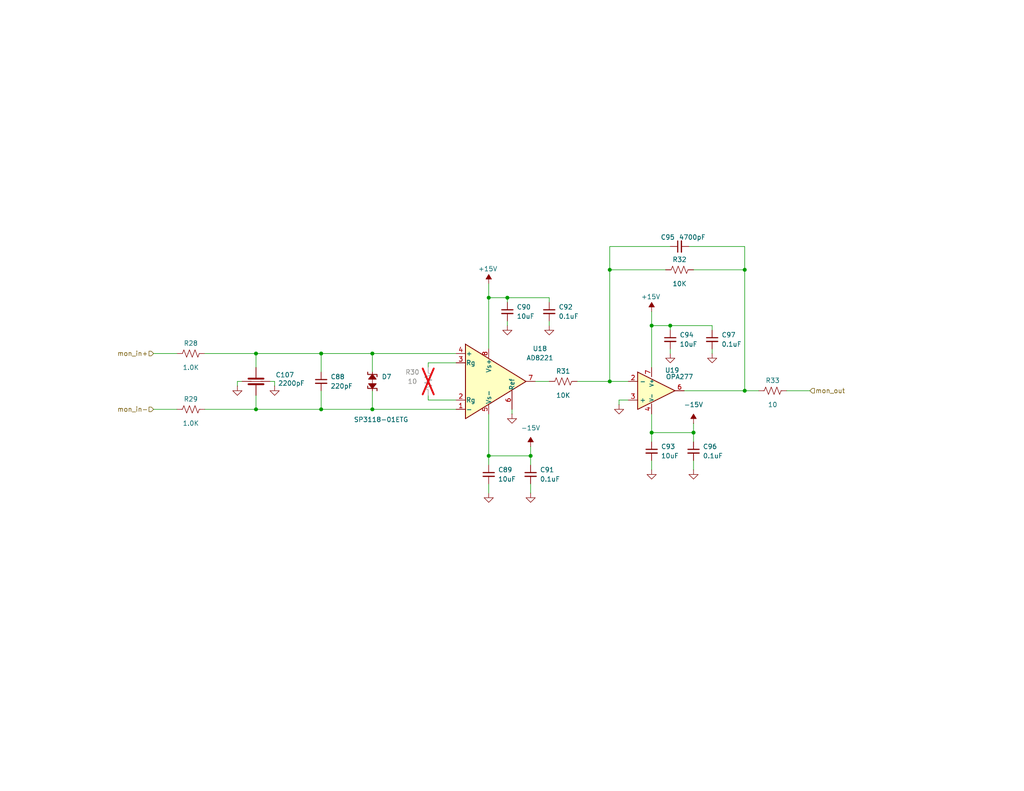
<source format=kicad_sch>
(kicad_sch (version 20250114) (generator "eeschema") (generator_version "9.0")
  (paper "A")
  (lib_symbols
    (symbol "Device:C_Small" (pin_numbers (hide yes)) (pin_names (offset 0.254) (hide yes))
      (property "Reference" "C" (at 0.254 1.778 0))
      (property "Value" "C_Small" (at 0.254 -2.032 0))
      (symbol "C_Small_0_1"
        (polyline (pts (xy -1.524 0.508) (xy 1.524 0.508)) (stroke (width 0.3048)))
        (polyline (pts (xy -1.524 -0.508) (xy 1.524 -0.508)) (stroke (width 0.3302)))
      )
      (symbol "C_Small_1_1"
        (pin passive line (at 0 2.54 270) (length 2.032) (name "~") (number "1"))
        (pin passive line (at 0 -2.54 90) (length 2.032) (name "~") (number "2"))
      )
    )
    (symbol "Device:R_US" (pin_numbers (hide yes)) (pin_names (offset 0))
      (property "Reference" "R" (at 2.54 0 90))
      (property "Value" "R_US" (at -2.54 0 90))
      (symbol "R_US_0_1"
        (polyline (pts (xy 0 2.286) (xy 0 2.54)))
        (polyline (pts (xy 0 2.286) (xy 1.016 1.905) (xy 0 1.524) (xy -1.016 1.143) (xy 0 0.762)))
        (polyline (pts (xy 0 0.762) (xy 1.016 0.381) (xy 0 0) (xy -1.016 -0.381) (xy 0 -0.762)))
        (polyline (pts (xy 0 -0.762) (xy 1.016 -1.143) (xy 0 -1.524) (xy -1.016 -1.905) (xy 0 -2.286)))
        (polyline (pts (xy 0 -2.286) (xy 0 -2.54)))
      )
      (symbol "R_US_1_1"
        (pin passive line (at 0 3.81 270) (length 1.27) (name "~") (number "1"))
        (pin passive line (at 0 -3.81 90) (length 1.27) (name "~") (number "2"))
      )
    )
    (symbol "PSC:+15V" (power) (pin_numbers (hide yes)) (pin_names (offset 0) (hide yes))
      (property "Value" "+15V" (at 0 3.556 0))
      (symbol "+15V_0_0"
        (pin power_in line (at 0 0 90) (length 0) (name "~") (number "1"))
      )
      (symbol "+15V_0_1"
        (polyline (pts (xy 0 0) (xy 0 1.27) (xy 0.762 1.27) (xy 0 2.54) (xy -0.762 1.27) (xy 0 1.27)) (fill (type outline)))
      )
    )
    (symbol "PSC:AD8221" (pin_names (offset 0.127))
      (property "Reference" "U" (at 3.81 7.62 0))
      (property "Value" "AD8221" (at 3.81 5.08 0))
      (symbol "AD8221_0_1"
        (polyline (pts (xy -7.62 7.62) (xy -7.62 -12.7) (xy 8.89 -2.54) (xy -7.62 7.62)) (stroke (width 0.254)) (fill (type background)))
      )
      (symbol "AD8221_1_1"
        (pin input line (at -10.16 5.08 0) (length 2.54) (name "+") (number "4"))
        (pin passive line (at -10.16 2.54 0) (length 2.54) (name "Rg") (number "3"))
        (pin passive line (at -10.16 -7.62 0) (length 2.54) (name "Rg") (number "2"))
        (pin input line (at -10.16 -10.16 0) (length 2.54) (name "-") (number "1"))
        (pin power_in line (at -1.27 6.35 270) (length 2.54) (name "Vs+") (number "8"))
        (pin power_in line (at -1.27 -11.43 90) (length 2.54) (name "Vs-") (number "5"))
        (pin passive line (at 5.08 -10.16 90) (length 5.08) (name "Ref") (number "6"))
        (pin output line (at 11.43 -2.54 180) (length 2.54) (name "~") (number "7"))
      )
    )
    (symbol "PSC:EMCT101W222M1GV001E" (pin_numbers (hide yes)) (pin_names (offset 0.254))
      (property "Reference" "C" (at 0.635 2.54 0))
      (property "Value" "2200pF" (at 0.635 -2.54 0))
      (symbol "EMCT101W222M1GV001E_0_1"
        (polyline (pts (xy -2.032 0.762) (xy 2.032 0.762)) (stroke (width 0.508)))
        (polyline (pts (xy -2.032 -0.762) (xy 2.032 -0.762)) (stroke (width 0.508)))
        (polyline (pts (xy -1.905 0) (xy 1.905 0)))
      )
      (symbol "EMCT101W222M1GV001E_1_1"
        (pin input line (at -3.81 0 0) (length 2.54) (name "~") (number "3"))
        (pin passive line (at 0 3.81 270) (length 2.794) (name "~") (number "1"))
        (pin passive line (at 0 -3.81 90) (length 2.794) (name "~") (number "2"))
        (pin input line (at 3.81 0 180) (length 2.54) (name "~") (number "4"))
      )
    )
    (symbol "PSC:SP3118-01ETG" (pin_numbers (hide yes)) (pin_names (offset 1.016) (hide yes))
      (property "Reference" "D" (at -0.762 4.572 0))
      (property "Value" "SP3118-01ETG" (at -1.016 -1.016 0))
      (symbol "SP3118-01ETG_1_1"
        (polyline (pts (xy -3.175 2.54) (xy -1.905 1.524) (xy -1.905 3.556) (xy -3.175 2.54)) (stroke (width 0.254)) (fill (type outline)))
        (polyline (pts (xy -2.54 3.81) (xy -3.175 3.81) (xy -3.175 1.27) (xy -3.81 1.27)) (stroke (width 0.254)))
        (polyline (pts (xy -2.54 2.54) (xy 0 2.54)))
        (polyline (pts (xy 0.635 2.54) (xy -0.635 1.524) (xy -0.635 3.556) (xy 0.635 2.54)) (stroke (width 0.254)) (fill (type outline)))
        (polyline (pts (xy 1.27 3.81) (xy 0.635 3.81) (xy 0.635 1.27) (xy 0 1.27)) (stroke (width 0.254)))
        (pin passive line (at -3.81 2.54 0) (length 1.27) (name "A1") (number "1"))
        (pin passive line (at 1.27 2.54 180) (length 1.27) (name "A2") (number "2"))
      )
    )
    (symbol "PSC:opa277"
      (property "Reference" "U" (at 5.842 -0.508 0))
      (property "Value" "OPA277" (at 8.382 -2.54 0))
      (symbol "opa277_0_1"
        (polyline (pts (xy -1.27 -1.27) (xy -1.27 -11.43) (xy 8.89 -6.35) (xy -1.27 -1.27)) (stroke (width 0.254)) (fill (type background)))
      )
      (symbol "opa277_1_1"
        (pin input line (at -3.81 -3.81 0) (length 2.54) (name "-") (number "2"))
        (pin input line (at -3.81 -8.89 0) (length 2.54) (name "+") (number "3"))
        (pin power_in line (at 2.54 0 270) (length 2.54) (name "V+") (number "7"))
        (pin power_in line (at 2.54 -12.7 90) (length 2.794) (name "V-") (number "4"))
        (pin output line (at 11.43 -6.35 180) (length 2.54) (name "") (number "6"))
      )
    )
    (symbol "power:-15V" (power) (pin_numbers (hide yes)) (pin_names (offset 0) (hide yes))
      (property "Value" "-15V" (at 0 3.556 0))
      (symbol "-15V_0_0"
        (pin power_in line (at 0 0 90) (length 0) (name "~") (number "1"))
      )
      (symbol "-15V_0_1"
        (polyline (pts (xy 0 0) (xy 0 1.27) (xy 0.762 1.27) (xy 0 2.54) (xy -0.762 1.27) (xy 0 1.27)) (fill (type outline)))
      )
    )
    (symbol "power:GND" (power) (pin_numbers (hide yes)) (pin_names (offset 0) (hide yes))
      (property "Value" "GND" (at 0 -3.81 0))
      (symbol "GND_0_1"
        (polyline (pts (xy 0 0) (xy 0 -1.27) (xy 1.27 -1.27) (xy 0 -2.54) (xy -1.27 -1.27) (xy 0 -1.27)))
      )
      (symbol "GND_1_1"
        (pin power_in line (at 0 0 270) (length 0) (name "~") (number "1"))
      )
    )
  )
  (junction (at 166.37 104.14))
  (junction (at 133.35 124.46))
  (junction (at 144.78 124.46))
  (junction (at 101.6 96.52))
  (junction (at 203.2 106.68))
  (junction (at 87.63 96.52))
  (junction (at 182.88 88.9))
  (junction (at 138.43 81.28))
  (junction (at 133.35 81.28))
  (junction (at 177.8 118.11))
  (junction (at 189.23 118.11))
  (junction (at 101.6 111.76))
  (junction (at 69.85 111.76))
  (junction (at 203.2 73.66))
  (junction (at 166.37 73.66))
  (junction (at 87.63 111.76))
  (junction (at 177.8 88.9))
  (junction (at 69.85 96.52))
  (wire (pts (xy 189.23 120.65) (xy 189.23 118.11)))
  (wire (pts (xy 186.69 106.68) (xy 203.2 106.68)))
  (wire (pts (xy 194.31 96.52) (xy 194.31 95.25)))
  (wire (pts (xy 101.6 96.52) (xy 124.46 96.52)))
  (wire (pts (xy 177.8 128.27) (xy 177.8 125.73)))
  (wire (pts (xy 166.37 67.31) (xy 166.37 73.66)))
  (wire (pts (xy 133.35 127) (xy 133.35 124.46)))
  (wire (pts (xy 203.2 106.68) (xy 207.01 106.68)))
  (wire (pts (xy 166.37 73.66) (xy 166.37 104.14)))
  (wire (pts (xy 133.35 134.62) (xy 133.35 132.08)))
  (wire (pts (xy 133.35 124.46) (xy 144.78 124.46)))
  (wire (pts (xy 55.88 96.52) (xy 69.85 96.52)))
  (wire (pts (xy 69.85 111.76) (xy 87.63 111.76)))
  (wire (pts (xy 146.05 104.14) (xy 149.86 104.14)))
  (wire (pts (xy 116.84 109.22) (xy 124.46 109.22)))
  (wire (pts (xy 64.77 104.14) (xy 64.77 105.41)))
  (wire (pts (xy 69.85 96.52) (xy 87.63 96.52)))
  (wire (pts (xy 182.88 96.52) (xy 182.88 95.25)))
  (wire (pts (xy 116.84 100.33) (xy 116.84 99.06)))
  (wire (pts (xy 166.37 73.66) (xy 181.61 73.66)))
  (wire (pts (xy 69.85 96.52) (xy 69.85 100.33)))
  (wire (pts (xy 133.35 81.28) (xy 133.35 77.47)))
  (wire (pts (xy 182.88 88.9) (xy 194.31 88.9)))
  (wire (pts (xy 177.8 88.9) (xy 177.8 85.09)))
  (wire (pts (xy 189.23 115.57) (xy 189.23 118.11)))
  (wire (pts (xy 182.88 90.17) (xy 182.88 88.9)))
  (wire (pts (xy 168.91 109.22) (xy 171.45 109.22)))
  (wire (pts (xy 133.35 81.28) (xy 133.35 95.25)))
  (wire (pts (xy 144.78 134.62) (xy 144.78 132.08)))
  (wire (pts (xy 87.63 96.52) (xy 87.63 101.6)))
  (wire (pts (xy 214.63 106.68) (xy 220.98 106.68)))
  (wire (pts (xy 177.8 88.9) (xy 182.88 88.9)))
  (wire (pts (xy 138.43 81.28) (xy 149.86 81.28)))
  (wire (pts (xy 87.63 111.76) (xy 101.6 111.76)))
  (wire (pts (xy 138.43 88.9) (xy 138.43 87.63)))
  (wire (pts (xy 189.23 128.27) (xy 189.23 125.73)))
  (wire (pts (xy 177.8 113.03) (xy 177.8 118.11)))
  (wire (pts (xy 177.8 118.11) (xy 189.23 118.11)))
  (wire (pts (xy 149.86 82.55) (xy 149.86 81.28)))
  (wire (pts (xy 144.78 121.92) (xy 144.78 124.46)))
  (wire (pts (xy 74.93 104.14) (xy 74.93 105.41)))
  (wire (pts (xy 101.6 96.52) (xy 101.6 101.6)))
  (wire (pts (xy 203.2 67.31) (xy 203.2 73.66)))
  (wire (pts (xy 66.04 104.14) (xy 64.77 104.14)))
  (wire (pts (xy 177.8 120.65) (xy 177.8 118.11)))
  (wire (pts (xy 41.91 96.52) (xy 48.26 96.52)))
  (wire (pts (xy 171.45 104.14) (xy 166.37 104.14)))
  (wire (pts (xy 139.7 113.03) (xy 139.7 111.76)))
  (wire (pts (xy 203.2 73.66) (xy 203.2 106.68)))
  (wire (pts (xy 144.78 127) (xy 144.78 124.46)))
  (wire (pts (xy 87.63 96.52) (xy 101.6 96.52)))
  (wire (pts (xy 189.23 73.66) (xy 203.2 73.66)))
  (wire (pts (xy 133.35 113.03) (xy 133.35 124.46)))
  (wire (pts (xy 182.88 67.31) (xy 166.37 67.31)))
  (wire (pts (xy 101.6 106.68) (xy 101.6 111.76)))
  (wire (pts (xy 116.84 99.06) (xy 124.46 99.06)))
  (wire (pts (xy 187.96 67.31) (xy 203.2 67.31)))
  (wire (pts (xy 69.85 107.95) (xy 69.85 111.76)))
  (wire (pts (xy 194.31 90.17) (xy 194.31 88.9)))
  (wire (pts (xy 101.6 111.76) (xy 124.46 111.76)))
  (wire (pts (xy 116.84 107.95) (xy 116.84 109.22)))
  (wire (pts (xy 168.91 110.49) (xy 168.91 109.22)))
  (wire (pts (xy 73.66 104.14) (xy 74.93 104.14)))
  (wire (pts (xy 177.8 88.9) (xy 177.8 100.33)))
  (wire (pts (xy 41.91 111.76) (xy 48.26 111.76)))
  (wire (pts (xy 133.35 81.28) (xy 138.43 81.28)))
  (wire (pts (xy 149.86 88.9) (xy 149.86 87.63)))
  (wire (pts (xy 157.48 104.14) (xy 166.37 104.14)))
  (wire (pts (xy 55.88 111.76) (xy 69.85 111.76)))
  (wire (pts (xy 87.63 106.68) (xy 87.63 111.76)))
  (wire (pts (xy 138.43 82.55) (xy 138.43 81.28)))
  (hierarchical_label "mon_in+" (shape input) (at 41.91 96.52 180))
  (hierarchical_label "mon_out" (shape input) (at 220.98 106.68 0))
  (hierarchical_label "mon_in-" (shape input) (at 41.91 111.76 180))
  (symbol (lib_id "power:GND") (at 139.7 113.03 0) (unit 1)
    (property "Reference" "#PWR08" (effects (hide yes)))
    (property "Value" "GND" (effects (hide yes)))
    (property "Description" "Power symbol creates a global label with name \"GND\" , ground" (effects (hide yes)))
    (instances (project "psc_daughter_brd" (path "" (reference "#PWR0131") (unit 1)) (path "" (reference "#PWR0117") (unit 1)) (path "" (reference "#PWR0103") (unit 1)) (path "" (reference "#PWR08") (unit 1))))
  )
  (symbol (lib_id "Device:C_Small") (at 189.23 123.19 0) (unit 1)
    (property "Reference" "C9" (at 191.77 121.9262 0) (effects (justify left)))
    (property "Value" "0.1uF" (at 191.77 124.4662 0) (effects (justify left)))
    (property "Footprint" "Capacitor_SMD:C_0402_1005Metric" (effects (hide yes)))
    (property "Description" "CAP CER 0.1UF 25V X5R 0402" (effects (hide yes)))
    (property "MFG" "Taiyo Yuden" (effects (hide yes)))
    (property "MFG_PN" "TMK105BJ104KV-F\n" (effects (hide yes)))
    (instances (project "psc_daughter_brd" (path "" (reference "C96") (unit 1)) (path "" (reference "C86") (unit 1)) (path "" (reference "C76") (unit 1)) (path "" (reference "C9") (unit 1))))
  )
  (symbol (lib_id "power:-15V") (at 189.23 115.57 0) (unit 1)
    (property "Reference" "#PWR016" (effects (hide yes)))
    (property "Value" "-15V" (at 189.23 110.49 0))
    (property "Description" "Power symbol creates a global label with name \"-15V\"" (effects (hide yes)))
    (instances (project "psc_daughter_brd" (path "" (reference "#PWR0139") (unit 1)) (path "" (reference "#PWR0125") (unit 1)) (path "" (reference "#PWR0111") (unit 1)) (path "" (reference "#PWR016") (unit 1))))
  )
  (symbol (lib_id "power:GND") (at 194.31 96.52 0) (unit 1)
    (property "Reference" "#PWR018" (effects (hide yes)))
    (property "Value" "GND" (effects (hide yes)))
    (property "Description" "Power symbol creates a global label with name \"GND\" , ground" (effects (hide yes)))
    (instances (project "psc_daughter_brd" (path "" (reference "#PWR0141") (unit 1)) (path "" (reference "#PWR0127") (unit 1)) (path "" (reference "#PWR0113") (unit 1)) (path "" (reference "#PWR018") (unit 1))))
  )
  (symbol (lib_id "power:GND") (at 138.43 88.9 0) (unit 1)
    (property "Reference" "#PWR07" (effects (hide yes)))
    (property "Value" "GND" (effects (hide yes)))
    (property "Description" "Power symbol creates a global label with name \"GND\" , ground" (effects (hide yes)))
    (instances (project "psc_daughter_brd" (path "" (reference "#PWR0130") (unit 1)) (path "" (reference "#PWR0116") (unit 1)) (path "" (reference "#PWR0102") (unit 1)) (path "" (reference "#PWR07") (unit 1))))
  )
  (symbol (lib_id "Device:R_US") (at 185.42 73.66 270) (unit 1)
    (property "Reference" "R5" (at 185.42 70.866 90))
    (property "Value" "10K" (at 185.42 77.47 90))
    (property "Footprint" "Resistor_SMD:R_0402_1005Metric" (effects (hide yes)))
    (property "Description" "RES SMD 10K OHM 1% 1/10W 0402" (effects (hide yes)))
    (property "Tolerance" "1%" (effects (hide yes)))
    (property "Cost" ".01" (effects (hide yes)))
    (property "MFG_PN" "ERJ-2RKF1002X" (effects (hide yes)))
    (property "MFG" "Panasonic" (effects (hide yes)))
    (instances (project "psc_daughter_brd" (path "" (reference "R32") (unit 1)) (path "" (reference "R26") (unit 1)) (path "" (reference "R20") (unit 1)) (path "" (reference "R5") (unit 1))))
  )
  (symbol (lib_id "PSC:+15V") (at 133.35 77.47 0) (unit 1)
    (property "Reference" "#PWR05" (effects (hide yes)))
    (property "Value" "+15V" (at 133.096 73.406 0))
    (property "Description" "Power symbol creates a global label with name \"-15V\"" (effects (hide yes)))
    (instances (project "psc_daughter_brd" (path "" (reference "#PWR0128") (unit 1)) (path "" (reference "#PWR0114") (unit 1)) (path "" (reference "#PWR0100") (unit 1)) (path "" (reference "#PWR05") (unit 1))))
  )
  (symbol (lib_id "Device:C_Small") (at 177.8 123.19 0) (unit 1)
    (property "Reference" "C6" (at 180.34 121.9262 0) (effects (justify left)))
    (property "Value" "10uF" (at 180.34 124.4662 0) (effects (justify left)))
    (property "Footprint" "Capacitor_SMD:C_0603_1608Metric" (effects (hide yes)))
    (property "Description" "CAP CER 10UF 25V X5R 0603" (effects (hide yes)))
    (property "Voltage" "25V" (effects (hide yes)))
    (property "MFG" "Samsung" (effects (hide yes)))
    (property "MFG_PN" "CL10A106MA8NRNC\n" (effects (hide yes)))
    (instances (project "psc_daughter_brd" (path "" (reference "C93") (unit 1)) (path "" (reference "C83") (unit 1)) (path "" (reference "C73") (unit 1)) (path "" (reference "C6") (unit 1))))
  )
  (symbol (lib_id "PSC:+15V") (at 177.8 85.09 0) (unit 1)
    (property "Reference" "#PWR013" (effects (hide yes)))
    (property "Value" "+15V" (at 177.546 81.026 0))
    (property "Description" "Power symbol creates a global label with name \"-15V\"" (effects (hide yes)))
    (instances (project "psc_daughter_brd" (path "" (reference "#PWR0136") (unit 1)) (path "" (reference "#PWR0122") (unit 1)) (path "" (reference "#PWR0108") (unit 1)) (path "" (reference "#PWR013") (unit 1))))
  )
  (symbol (lib_id "PSC:EMCT101W222M1GV001E") (at 69.85 104.14 0) (unit 1)
    (property "Reference" "C101" (at 77.724 102.362 0))
    (property "Value" "2200pF" (at 79.502 104.648 0))
    (property "Footprint" "myparts:EMCT101W222M1GV001E" (effects (hide yes)))
    (property "Description" "CAP CER 2200PF 100V X7R 0805 FEED THROUGH" (effects (hide yes)))
    (property "MFG" "Johanson Dielectrics " (effects (hide yes)))
    (property "MFG_PN" "EMCT101W222M1GV001E" (effects (hide yes)))
    (property "Cost" "0.22" (effects (hide yes)))
    (instances (project "psc_daughter_brd" (path "" (reference "C107") (unit 1)) (path "" (reference "C105") (unit 1)) (path "" (reference "C103") (unit 1)) (path "" (reference "C101") (unit 1))))
  )
  (symbol (lib_id "Device:R_US") (at 52.07 96.52 270) (unit 1)
    (property "Reference" "R1" (at 52.07 93.726 90))
    (property "Value" "1.0K" (at 52.07 100.33 90))
    (property "Footprint" "Resistor_SMD:R_0402_1005Metric" (effects (hide yes)))
    (property "Description" "RES SMD 1K OHM 1% 1/10W 0402" (effects (hide yes)))
    (property "Tolerance" "1%" (effects (hide yes)))
    (property "MFG_PN" "ERJ-2RKF1001X" (effects (hide yes)))
    (property "Cost" ".01" (effects (hide yes)))
    (property "MFG" "Panasonic" (effects (hide yes)))
    (instances (project "psc_daughter_brd" (path "" (reference "R28") (unit 1)) (path "" (reference "R22") (unit 1)) (path "" (reference "R16") (unit 1)) (path "" (reference "R1") (unit 1))))
  )
  (symbol (lib_id "Device:C_Small") (at 138.43 85.09 0) (unit 1)
    (property "Reference" "C3" (at 140.97 83.8262 0) (effects (justify left)))
    (property "Value" "10uF" (at 140.97 86.3662 0) (effects (justify left)))
    (property "Footprint" "Capacitor_SMD:C_0603_1608Metric" (effects (hide yes)))
    (property "Description" "CAP CER 10UF 25V X5R 0603" (effects (hide yes)))
    (property "Voltage" "25V" (effects (hide yes)))
    (property "MFG" "Samsung" (effects (hide yes)))
    (property "MFG_PN" "CL10A106MA8NRNC\n" (effects (hide yes)))
    (instances (project "psc_daughter_brd" (path "" (reference "C90") (unit 1)) (path "" (reference "C80") (unit 1)) (path "" (reference "C70") (unit 1)) (path "" (reference "C3") (unit 1))))
  )
  (symbol (lib_id "power:GND") (at 189.23 128.27 0) (unit 1)
    (property "Reference" "#PWR017" (effects (hide yes)))
    (property "Value" "GND" (effects (hide yes)))
    (property "Description" "Power symbol creates a global label with name \"GND\" , ground" (effects (hide yes)))
    (instances (project "psc_daughter_brd" (path "" (reference "#PWR0140") (unit 1)) (path "" (reference "#PWR0126") (unit 1)) (path "" (reference "#PWR0112") (unit 1)) (path "" (reference "#PWR017") (unit 1))))
  )
  (symbol (lib_id "power:GND") (at 133.35 134.62 0) (unit 1)
    (property "Reference" "#PWR06" (effects (hide yes)))
    (property "Value" "GND" (effects (hide yes)))
    (property "Description" "Power symbol creates a global label with name \"GND\" , ground" (effects (hide yes)))
    (instances (project "psc_daughter_brd" (path "" (reference "#PWR0129") (unit 1)) (path "" (reference "#PWR0115") (unit 1)) (path "" (reference "#PWR0101") (unit 1)) (path "" (reference "#PWR06") (unit 1))))
  )
  (symbol (lib_id "power:GND") (at 168.91 110.49 0) (unit 1)
    (property "Reference" "#PWR012" (effects (hide yes)))
    (property "Value" "GND" (effects (hide yes)))
    (property "Description" "Power symbol creates a global label with name \"GND\" , ground" (effects (hide yes)))
    (instances (project "psc_daughter_brd" (path "" (reference "#PWR0135") (unit 1)) (path "" (reference "#PWR0121") (unit 1)) (path "" (reference "#PWR0107") (unit 1)) (path "" (reference "#PWR012") (unit 1))))
  )
  (symbol (lib_id "Device:C_Small") (at 149.86 85.09 0) (unit 1)
    (property "Reference" "C5" (at 152.4 83.8262 0) (effects (justify left)))
    (property "Value" "0.1uF" (at 152.4 86.3662 0) (effects (justify left)))
    (property "Footprint" "Capacitor_SMD:C_0402_1005Metric" (effects (hide yes)))
    (property "Description" "CAP CER 0.1UF 25V X5R 0402" (effects (hide yes)))
    (property "MFG" "Taiyo Yuden" (effects (hide yes)))
    (property "MFG_PN" "TMK105BJ104KV-F\n" (effects (hide yes)))
    (instances (project "psc_daughter_brd" (path "" (reference "C92") (unit 1)) (path "" (reference "C82") (unit 1)) (path "" (reference "C72") (unit 1)) (path "" (reference "C5") (unit 1))))
  )
  (symbol (lib_id "power:GND") (at 149.86 88.9 0) (unit 1)
    (property "Reference" "#PWR011" (effects (hide yes)))
    (property "Value" "GND" (effects (hide yes)))
    (property "Description" "Power symbol creates a global label with name \"GND\" , ground" (effects (hide yes)))
    (instances (project "psc_daughter_brd" (path "" (reference "#PWR0134") (unit 1)) (path "" (reference "#PWR0120") (unit 1)) (path "" (reference "#PWR0106") (unit 1)) (path "" (reference "#PWR011") (unit 1))))
  )
  (symbol (lib_id "power:-15V") (at 144.78 121.92 0) (unit 1)
    (property "Reference" "#PWR09" (effects (hide yes)))
    (property "Value" "-15V" (at 144.78 116.84 0))
    (property "Description" "Power symbol creates a global label with name \"-15V\"" (effects (hide yes)))
    (instances (project "psc_daughter_brd" (path "" (reference "#PWR0132") (unit 1)) (path "" (reference "#PWR0118") (unit 1)) (path "" (reference "#PWR0104") (unit 1)) (path "" (reference "#PWR09") (unit 1))))
  )
  (symbol (lib_id "PSC:SP3118-01ETG") (at 104.14 102.87 90) (unit 1)
    (property "Reference" "D2" (at 104.14 102.8699 90) (effects (justify right)))
    (property "Value" "SP3118-01ETG" (at 96.52 114.554 90) (effects (justify right)))
    (property "Footprint" "myparts:sp3118-01etg" (effects (hide yes)))
    (property "Description" "TVS DIODE 18VWM 38VC SOD882" (effects (hide yes)))
    (property "Cost" "0.24" (effects (hide yes)))
    (property "MFG" "Littlefuse" (effects (hide yes)))
    (property "MFG_PN" "SP3118-01ETG" (effects (hide yes)))
    (instances (project "psc_daughter_brd" (path "" (reference "D7") (unit 1)) (path "" (reference "D6") (unit 1)) (path "" (reference "D3") (unit 1)) (path "" (reference "D2") (unit 1))))
  )
  (symbol (lib_id "Device:C_Small") (at 87.63 104.14 0) (unit 1)
    (property "Reference" "C1" (at 90.17 102.8762 0) (effects (justify left)))
    (property "Value" "220pF" (at 90.17 105.4162 0) (effects (justify left)))
    (property "Footprint" "Capacitor_SMD:C_0402_1005Metric" (effects (hide yes)))
    (property "Description" "CAP CER 220PF 50V X7R 0402" (effects (hide yes)))
    (property "Cost" ".01" (effects (hide yes)))
    (property "MFG" "Kemet" (effects (hide yes)))
    (property "MFG_PN" "C0402C221K5RACTU" (effects (hide yes)))
    (instances (project "psc_daughter_brd" (path "" (reference "C88") (unit 1)) (path "" (reference "C78") (unit 1)) (path "" (reference "C68") (unit 1)) (path "" (reference "C1") (unit 1))))
  )
  (symbol (lib_id "Device:C_Small") (at 144.78 129.54 0) (unit 1)
    (property "Reference" "C4" (at 147.32 128.2762 0) (effects (justify left)))
    (property "Value" "0.1uF" (at 147.32 130.8162 0) (effects (justify left)))
    (property "Footprint" "Capacitor_SMD:C_0402_1005Metric" (effects (hide yes)))
    (property "Description" "CAP CER 0.1UF 25V X5R 0402" (effects (hide yes)))
    (property "MFG" "Taiyo Yuden" (effects (hide yes)))
    (property "MFG_PN" "TMK105BJ104KV-F\n" (effects (hide yes)))
    (instances (project "psc_daughter_brd" (path "" (reference "C91") (unit 1)) (path "" (reference "C81") (unit 1)) (path "" (reference "C71") (unit 1)) (path "" (reference "C4") (unit 1))))
  )
  (symbol (lib_id "Device:R_US") (at 153.67 104.14 270) (unit 1)
    (property "Reference" "R4" (at 153.67 101.346 90))
    (property "Value" "10K" (at 153.67 107.95 90))
    (property "Footprint" "Resistor_SMD:R_0402_1005Metric" (effects (hide yes)))
    (property "Description" "RES SMD 10K OHM 1% 1/10W 0402" (effects (hide yes)))
    (property "Tolerance" "1%" (effects (hide yes)))
    (property "Cost" ".01" (effects (hide yes)))
    (property "MFG_PN" "ERJ-2RKF1002X" (effects (hide yes)))
    (property "MFG" "Panasonic" (effects (hide yes)))
    (instances (project "psc_daughter_brd" (path "" (reference "R31") (unit 1)) (path "" (reference "R25") (unit 1)) (path "" (reference "R19") (unit 1)) (path "" (reference "R4") (unit 1))))
  )
  (symbol (lib_id "power:GND") (at 182.88 96.52 0) (unit 1)
    (property "Reference" "#PWR015" (effects (hide yes)))
    (property "Value" "GND" (effects (hide yes)))
    (property "Description" "Power symbol creates a global label with name \"GND\" , ground" (effects (hide yes)))
    (instances (project "psc_daughter_brd" (path "" (reference "#PWR0138") (unit 1)) (path "" (reference "#PWR0124") (unit 1)) (path "" (reference "#PWR0110") (unit 1)) (path "" (reference "#PWR015") (unit 1))))
  )
  (symbol (lib_id "power:GND") (at 74.93 105.41 0) (unit 1)
    (property "Reference" "#PWR0167" (effects (hide yes)))
    (property "Value" "GND" (effects (hide yes)))
    (property "Description" "Power symbol creates a global label with name \"GND\" , ground" (effects (hide yes)))
    (instances (project "psc_daughter_brd" (path "" (reference "#PWR0170") (unit 1)) (path "" (reference "#PWR0169") (unit 1)) (path "" (reference "#PWR0168") (unit 1)) (path "" (reference "#PWR0167") (unit 1))))
  )
  (symbol (lib_id "Device:C_Small") (at 182.88 92.71 0) (unit 1)
    (property "Reference" "C7" (at 185.42 91.4462 0) (effects (justify left)))
    (property "Value" "10uF" (at 185.42 93.9862 0) (effects (justify left)))
    (property "Footprint" "Capacitor_SMD:C_0603_1608Metric" (effects (hide yes)))
    (property "Description" "CAP CER 10UF 25V X5R 0603" (effects (hide yes)))
    (property "Voltage" "25V" (effects (hide yes)))
    (property "MFG" "Samsung" (effects (hide yes)))
    (property "MFG_PN" "CL10A106MA8NRNC\n" (effects (hide yes)))
    (instances (project "psc_daughter_brd" (path "" (reference "C94") (unit 1)) (path "" (reference "C84") (unit 1)) (path "" (reference "C74") (unit 1)) (path "" (reference "C7") (unit 1))))
  )
  (symbol (lib_id "Device:R_US") (at 116.84 104.14 180) (unit 1) (dnp yes)
    (property "Reference" "R3" (at 112.522 101.6 0))
    (property "Value" "10" (at 112.522 104.14 0))
    (property "Footprint" "Resistor_SMD:R_0402_1005Metric" (effects (hide yes)))
    (property "Description" "RES SMD 10 OHM 1% 1/10W 0402" (effects (hide yes)))
    (property "Tolerance" "1%" (effects (hide yes)))
    (property "MFG" "Panasonic" (effects (hide yes)))
    (property "MFG_PN" "ERJ-2RKF10R0X" (effects (hide yes)))
    (instances (project "psc_daughter_brd" (path "" (reference "R30") (unit 1)) (path "" (reference "R24") (unit 1)) (path "" (reference "R18") (unit 1)) (path "" (reference "R3") (unit 1))))
  )
  (symbol (lib_id "Device:R_US") (at 52.07 111.76 270) (unit 1)
    (property "Reference" "R2" (at 52.07 108.966 90))
    (property "Value" "1.0K" (at 52.07 115.57 90))
    (property "Footprint" "Resistor_SMD:R_0402_1005Metric" (effects (hide yes)))
    (property "Description" "RES SMD 1K OHM 1% 1/10W 0402" (effects (hide yes)))
    (property "Tolerance" "1%" (effects (hide yes)))
    (property "MFG_PN" "ERJ-2RKF1001X" (effects (hide yes)))
    (property "Cost" ".01" (effects (hide yes)))
    (property "MFG" "Panasonic" (effects (hide yes)))
    (instances (project "psc_daughter_brd" (path "" (reference "R29") (unit 1)) (path "" (reference "R23") (unit 1)) (path "" (reference "R17") (unit 1)) (path "" (reference "R2") (unit 1))))
  )
  (symbol (lib_id "PSC:opa277") (at 175.26 100.33 0) (unit 1)
    (property "Reference" "U2" (at 183.388 101.092 0))
    (property "Value" "OPA277" (at 185.42 102.87 0))
    (property "Footprint" "Package_SO:SOIC-8_3.9x4.9mm_P1.27mm" (effects (hide yes)))
    (property "Datasheet" "https://www.ti.com/product/OPA277" (effects (hide yes)))
    (property "Description" "IC OPAMP GP 1 CIRCUIT 8SOIC" (effects (hide yes)))
    (property "Cost" "2.66" (effects (hide yes)))
    (property "MFG" "Analog Devices" (effects (hide yes)))
    (property "MFG_PN" "OPA277UA/2K5" (effects (hide yes)))
    (instances (project "psc_daughter_brd" (path "" (reference "U19") (unit 1)) (path "" (reference "U17") (unit 1)) (path "" (reference "U15") (unit 1)) (path "" (reference "U2") (unit 1))))
  )
  (symbol (lib_id "Device:C_Small") (at 194.31 92.71 0) (unit 1)
    (property "Reference" "C10" (at 196.85 91.4462 0) (effects (justify left)))
    (property "Value" "0.1uF" (at 196.85 93.9862 0) (effects (justify left)))
    (property "Footprint" "Capacitor_SMD:C_0402_1005Metric" (effects (hide yes)))
    (property "Description" "CAP CER 0.1UF 25V X5R 0402" (effects (hide yes)))
    (property "MFG" "Taiyo Yuden" (effects (hide yes)))
    (property "MFG_PN" "TMK105BJ104KV-F\n" (effects (hide yes)))
    (instances (project "psc_daughter_brd" (path "" (reference "C97") (unit 1)) (path "" (reference "C87") (unit 1)) (path "" (reference "C77") (unit 1)) (path "" (reference "C10") (unit 1))))
  )
  (symbol (lib_id "Device:R_US") (at 210.82 106.68 270) (unit 1)
    (property "Reference" "R6" (at 210.82 103.886 90))
    (property "Value" "10" (at 210.82 110.49 90))
    (property "Footprint" "Resistor_SMD:R_0402_1005Metric" (effects (hide yes)))
    (property "Description" "RES SMD 10 OHM 1% 1/10W 0402" (effects (hide yes)))
    (property "Tolerance" "1%" (effects (hide yes)))
    (property "Cost" ".01" (effects (hide yes)))
    (property "MFG" "Panasonic" (effects (hide yes)))
    (property "MFG_PN" "ERJ-2RKF10R0X" (effects (hide yes)))
    (instances (project "psc_daughter_brd" (path "" (reference "R33") (unit 1)) (path "" (reference "R27") (unit 1)) (path "" (reference "R21") (unit 1)) (path "" (reference "R6") (unit 1))))
  )
  (symbol (lib_id "power:GND") (at 177.8 128.27 0) (unit 1)
    (property "Reference" "#PWR014" (effects (hide yes)))
    (property "Value" "GND" (effects (hide yes)))
    (property "Description" "Power symbol creates a global label with name \"GND\" , ground" (effects (hide yes)))
    (instances (project "psc_daughter_brd" (path "" (reference "#PWR0137") (unit 1)) (path "" (reference "#PWR0123") (unit 1)) (path "" (reference "#PWR0109") (unit 1)) (path "" (reference "#PWR014") (unit 1))))
  )
  (symbol (lib_id "Device:C_Small") (at 133.35 129.54 0) (unit 1)
    (property "Reference" "C2" (at 135.89 128.2762 0) (effects (justify left)))
    (property "Value" "10uF" (at 135.89 130.8162 0) (effects (justify left)))
    (property "Footprint" "Capacitor_SMD:C_0603_1608Metric" (effects (hide yes)))
    (property "Description" "CAP CER 10UF 25V X5R 0603" (effects (hide yes)))
    (property "Voltage" "25V" (effects (hide yes)))
    (property "MFG" "Samsung" (effects (hide yes)))
    (property "MFG_PN" "CL10A106MA8NRNC\n" (effects (hide yes)))
    (instances (project "psc_daughter_brd" (path "" (reference "C89") (unit 1)) (path "" (reference "C79") (unit 1)) (path "" (reference "C69") (unit 1)) (path "" (reference "C2") (unit 1))))
  )
  (symbol (lib_id "power:GND") (at 64.77 105.41 0) (unit 1)
    (property "Reference" "#PWR0171" (effects (hide yes)))
    (property "Value" "GND" (effects (hide yes)))
    (property "Description" "Power symbol creates a global label with name \"GND\" , ground" (effects (hide yes)))
    (instances (project "psc_daughter_brd" (path "" (reference "#PWR0176") (unit 1)) (path "" (reference "#PWR0173") (unit 1)) (path "" (reference "#PWR0172") (unit 1)) (path "" (reference "#PWR0171") (unit 1))))
  )
  (symbol (lib_id "PSC:AD8221") (at 134.62 101.6 0) (unit 1)
    (property "Reference" "U1" (at 147.32 95.1798 0))
    (property "Value" "AD8221" (at 147.32 97.7198 0))
    (property "Footprint" "myparts:SOIC127P600X175-8N" (effects (hide yes)))
    (property "Datasheet" "https://www.analog.com/media/en/technical-documentation/data-sheets/AD8236.pdf" (effects (hide yes)))
    (property "Description" "IC INST AMP 1 CIRCUIT 8SOIC" (effects (hide yes)))
    (property "MFG" "Analog Devices" (effects (hide yes)))
    (property "MFG_PN" "AD8221BRZ" (effects (hide yes)))
    (property "Cost" "10.23" (effects (hide yes)))
    (instances (project "psc_daughter_brd" (path "" (reference "U18") (unit 1)) (path "" (reference "U16") (unit 1)) (path "" (reference "U14") (unit 1)) (path "" (reference "U1") (unit 1))))
  )
  (symbol (lib_id "power:GND") (at 144.78 134.62 0) (unit 1)
    (property "Reference" "#PWR010" (effects (hide yes)))
    (property "Value" "GND" (effects (hide yes)))
    (property "Description" "Power symbol creates a global label with name \"GND\" , ground" (effects (hide yes)))
    (instances (project "psc_daughter_brd" (path "" (reference "#PWR0133") (unit 1)) (path "" (reference "#PWR0119") (unit 1)) (path "" (reference "#PWR0105") (unit 1)) (path "" (reference "#PWR010") (unit 1))))
  )
  (symbol (lib_id "Device:C_Small") (at 185.42 67.31 90) (unit 1)
    (property "Reference" "C8" (at 184.1562 64.77 90) (effects (justify left)))
    (property "Value" "4700pF" (at 192.532 64.77 90) (effects (justify left)))
    (property "Footprint" "Capacitor_SMD:C_0402_1005Metric" (effects (hide yes)))
    (property "Description" "CAP CER 4700PF 50V X7R 0402" (effects (hide yes)))
    (property "MFG" "Samsung" (effects (hide yes)))
    (property "MFG_PN" "CL05B472KB5NNNC" (effects (hide yes)))
    (instances (project "psc_daughter_brd" (path "" (reference "C95") (unit 1)) (path "" (reference "C85") (unit 1)) (path "" (reference "C75") (unit 1)) (path "" (reference "C8") (unit 1))))
  )
)
</source>
